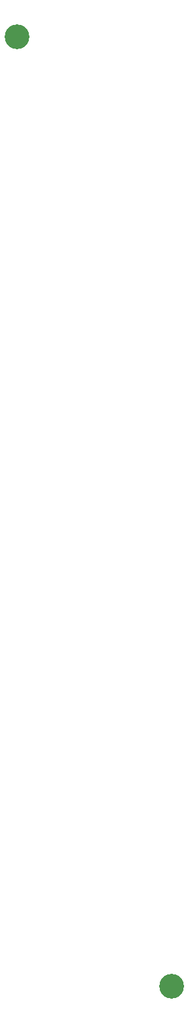
<source format=gbr>
%TF.GenerationSoftware,KiCad,Pcbnew,(6.0.2-0)*%
%TF.CreationDate,2022-04-19T15:29:32+02:00*%
%TF.ProjectId,blindeTaube,626c696e-6465-4546-9175-62652e6b6963,rev?*%
%TF.SameCoordinates,Original*%
%TF.FileFunction,NonPlated,1,2,NPTH,Drill*%
%TF.FilePolarity,Positive*%
%FSLAX46Y46*%
G04 Gerber Fmt 4.6, Leading zero omitted, Abs format (unit mm)*
G04 Created by KiCad (PCBNEW (6.0.2-0)) date 2022-04-19 15:29:32*
%MOMM*%
%LPD*%
G01*
G04 APERTURE LIST*
%TA.AperFunction,ComponentDrill*%
%ADD10C,3.200000*%
%TD*%
G04 APERTURE END LIST*
D10*
%TO.C,Mount1*%
X63652400Y-24688800D03*
%TO.C,Mount2*%
X83616800Y-147116800D03*
M02*

</source>
